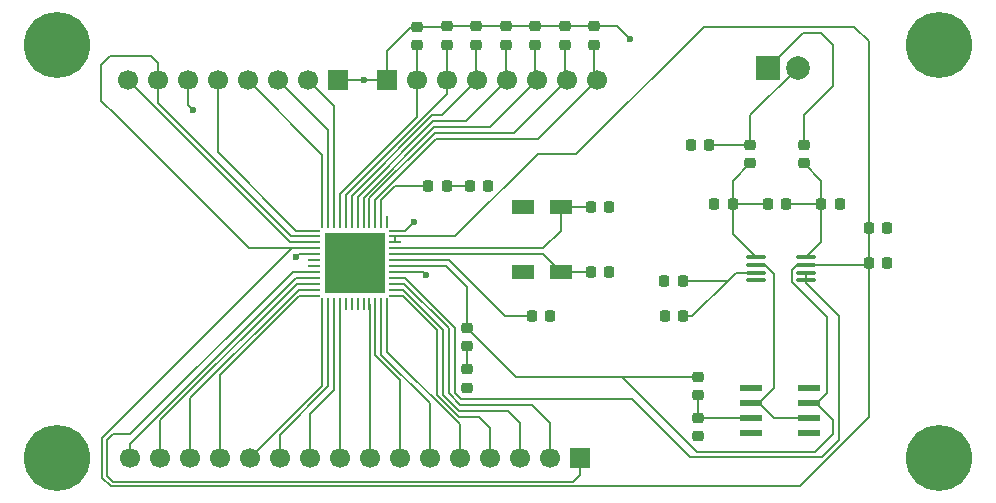
<source format=gbr>
%TF.GenerationSoftware,KiCad,Pcbnew,9.0.3*%
%TF.CreationDate,2025-07-17T21:40:03-07:00*%
%TF.ProjectId,DAQ_dev_board,4441515f-6465-4765-9f62-6f6172642e6b,rev?*%
%TF.SameCoordinates,Original*%
%TF.FileFunction,Copper,L1,Top*%
%TF.FilePolarity,Positive*%
%FSLAX46Y46*%
G04 Gerber Fmt 4.6, Leading zero omitted, Abs format (unit mm)*
G04 Created by KiCad (PCBNEW 9.0.3) date 2025-07-17 21:40:03*
%MOMM*%
%LPD*%
G01*
G04 APERTURE LIST*
G04 Aperture macros list*
%AMRoundRect*
0 Rectangle with rounded corners*
0 $1 Rounding radius*
0 $2 $3 $4 $5 $6 $7 $8 $9 X,Y pos of 4 corners*
0 Add a 4 corners polygon primitive as box body*
4,1,4,$2,$3,$4,$5,$6,$7,$8,$9,$2,$3,0*
0 Add four circle primitives for the rounded corners*
1,1,$1+$1,$2,$3*
1,1,$1+$1,$4,$5*
1,1,$1+$1,$6,$7*
1,1,$1+$1,$8,$9*
0 Add four rect primitives between the rounded corners*
20,1,$1+$1,$2,$3,$4,$5,0*
20,1,$1+$1,$4,$5,$6,$7,0*
20,1,$1+$1,$6,$7,$8,$9,0*
20,1,$1+$1,$8,$9,$2,$3,0*%
G04 Aperture macros list end*
%TA.AperFunction,ComponentPad*%
%ADD10R,1.700000X1.700000*%
%TD*%
%TA.AperFunction,ComponentPad*%
%ADD11C,1.700000*%
%TD*%
%TA.AperFunction,SMDPad,CuDef*%
%ADD12RoundRect,0.225000X-0.250000X0.225000X-0.250000X-0.225000X0.250000X-0.225000X0.250000X0.225000X0*%
%TD*%
%TA.AperFunction,SMDPad,CuDef*%
%ADD13RoundRect,0.225000X0.225000X0.250000X-0.225000X0.250000X-0.225000X-0.250000X0.225000X-0.250000X0*%
%TD*%
%TA.AperFunction,SMDPad,CuDef*%
%ADD14RoundRect,0.225000X-0.225000X-0.250000X0.225000X-0.250000X0.225000X0.250000X-0.225000X0.250000X0*%
%TD*%
%TA.AperFunction,SMDPad,CuDef*%
%ADD15R,1.009637X0.239283*%
%TD*%
%TA.AperFunction,SMDPad,CuDef*%
%ADD16R,0.239283X1.009637*%
%TD*%
%TA.AperFunction,SMDPad,CuDef*%
%ADD17R,5.200000X5.200000*%
%TD*%
%TA.AperFunction,ComponentPad*%
%ADD18R,2.000000X2.000000*%
%TD*%
%TA.AperFunction,ComponentPad*%
%ADD19C,2.000000*%
%TD*%
%TA.AperFunction,ComponentPad*%
%ADD20C,5.600000*%
%TD*%
%TA.AperFunction,SMDPad,CuDef*%
%ADD21RoundRect,0.100000X-0.712500X-0.100000X0.712500X-0.100000X0.712500X0.100000X-0.712500X0.100000X0*%
%TD*%
%TA.AperFunction,SMDPad,CuDef*%
%ADD22R,1.981200X0.558800*%
%TD*%
%TA.AperFunction,SMDPad,CuDef*%
%ADD23RoundRect,0.225000X0.250000X-0.225000X0.250000X0.225000X-0.250000X0.225000X-0.250000X-0.225000X0*%
%TD*%
%TA.AperFunction,SMDPad,CuDef*%
%ADD24R,1.900000X1.300000*%
%TD*%
%TA.AperFunction,ViaPad*%
%ADD25C,0.600000*%
%TD*%
%TA.AperFunction,Conductor*%
%ADD26C,0.200000*%
%TD*%
G04 APERTURE END LIST*
D10*
%TO.P,J3,1,Pin_1*%
%TO.N,GND*%
X142960000Y-86500000D03*
D11*
%TO.P,J3,2,Pin_2*%
%TO.N,Net-(J3-Pin_2)*%
X145500000Y-86500000D03*
%TO.P,J3,3,Pin_3*%
%TO.N,Net-(J3-Pin_3)*%
X148040000Y-86500000D03*
%TO.P,J3,4,Pin_4*%
%TO.N,Net-(J3-Pin_4)*%
X150580000Y-86500000D03*
%TO.P,J3,5,Pin_5*%
%TO.N,Net-(J3-Pin_5)*%
X153120000Y-86500000D03*
%TO.P,J3,6,Pin_6*%
%TO.N,Net-(J3-Pin_6)*%
X155660000Y-86500000D03*
%TO.P,J3,7,Pin_7*%
%TO.N,Net-(J3-Pin_7)*%
X158200000Y-86500000D03*
%TO.P,J3,8,Pin_8*%
%TO.N,Net-(J3-Pin_8)*%
X160740000Y-86500000D03*
%TD*%
D12*
%TO.P,R11,1*%
%TO.N,GND*%
X153000000Y-81950000D03*
%TO.P,R11,2*%
%TO.N,Net-(J3-Pin_5)*%
X153000000Y-83500000D03*
%TD*%
D13*
%TO.P,C3,1*%
%TO.N,GND*%
X156775000Y-106500000D03*
%TO.P,C3,2*%
%TO.N,Net-(U1-PLLCAP)*%
X155225000Y-106500000D03*
%TD*%
%TO.P,0.1uF1,1*%
%TO.N,GND*%
X185275000Y-102000000D03*
%TO.P,0.1uF1,2*%
%TO.N,+5V*%
X183725000Y-102000000D03*
%TD*%
D12*
%TO.P,R5,1*%
%TO.N,+5V*%
X169285991Y-111628474D03*
%TO.P,R5,2*%
%TO.N,Net-(U3-IN+)*%
X169285991Y-113178474D03*
%TD*%
D10*
%TO.P,J2,1,Pin_1*%
%TO.N,Net-(J2-Pin_1)*%
X159285000Y-118500000D03*
D11*
%TO.P,J2,2,Pin_2*%
%TO.N,Net-(J2-Pin_2)*%
X156745000Y-118500000D03*
%TO.P,J2,3,Pin_3*%
%TO.N,Net-(J2-Pin_3)*%
X154205000Y-118500000D03*
%TO.P,J2,4,Pin_4*%
%TO.N,Net-(J2-Pin_4)*%
X151665000Y-118500000D03*
%TO.P,J2,5,Pin_5*%
%TO.N,Net-(J2-Pin_5)*%
X149125000Y-118500000D03*
%TO.P,J2,6,Pin_6*%
%TO.N,Net-(J2-Pin_6)*%
X146585000Y-118500000D03*
%TO.P,J2,7,Pin_7*%
%TO.N,Net-(J2-Pin_7)*%
X144045000Y-118500000D03*
%TO.P,J2,8,Pin_8*%
%TO.N,Net-(J2-Pin_8)*%
X141505000Y-118500000D03*
%TO.P,J2,9,Pin_9*%
%TO.N,Net-(J2-Pin_9)*%
X138965000Y-118500000D03*
%TO.P,J2,10,Pin_10*%
%TO.N,Net-(J2-Pin_10)*%
X136425000Y-118500000D03*
%TO.P,J2,11,Pin_11*%
%TO.N,Net-(J2-Pin_11)*%
X133885000Y-118500000D03*
%TO.P,J2,12,Pin_12*%
%TO.N,Net-(J2-Pin_12)*%
X131345000Y-118500000D03*
%TO.P,J2,13,Pin_13*%
%TO.N,Net-(J2-Pin_13)*%
X128805000Y-118500000D03*
%TO.P,J2,14,Pin_14*%
%TO.N,Net-(J2-Pin_14)*%
X126265000Y-118500000D03*
%TO.P,J2,15,Pin_15*%
%TO.N,Net-(J2-Pin_15)*%
X123725000Y-118500000D03*
%TO.P,J2,16,Pin_16*%
%TO.N,Net-(J2-Pin_16)*%
X121185000Y-118500000D03*
%TD*%
D13*
%TO.P,1nF3,1*%
%TO.N,GND*%
X181275000Y-97000000D03*
%TO.P,1nF3,2*%
%TO.N,Net-(U2-+IN)*%
X179725000Y-97000000D03*
%TD*%
%TO.P,1nF2,1*%
%TO.N,Net-(U2-+IN)*%
X176775000Y-97000000D03*
%TO.P,1nF2,2*%
%TO.N,Net-(U2--IN)*%
X175225000Y-97000000D03*
%TD*%
D14*
%TO.P,10uF2,1*%
%TO.N,GND*%
X166500000Y-106500000D03*
%TO.P,10uF2,2*%
X168050000Y-106500000D03*
%TD*%
D15*
%TO.P,U1,1,AIN3*%
%TO.N,Net-(J2-Pin_4)*%
X143676245Y-104750000D03*
%TO.P,U1,2,AIN2*%
%TO.N,Net-(J2-Pin_3)*%
X143676245Y-104250001D03*
%TO.P,U1,3,AIN1*%
%TO.N,Net-(J2-Pin_2)*%
X143676245Y-103749999D03*
%TO.P,U1,4,AIN0*%
%TO.N,TC_CHIP_OUT*%
X143676245Y-103250000D03*
%TO.P,U1,5,AVSS*%
%TO.N,GND*%
X143676245Y-102749998D03*
%TO.P,U1,6,AVDD*%
%TO.N,+5V*%
X143676245Y-102250000D03*
%TO.P,U1,7,PLLCAP*%
%TO.N,Net-(U1-PLLCAP)*%
X143676245Y-101750000D03*
%TO.P,U1,8,XTAL1*%
%TO.N,Net-(U1-XTAL1)*%
X143676245Y-101249999D03*
%TO.P,U1,9,XTAL2*%
%TO.N,Net-(U1-XTAL2)*%
X143676245Y-100750000D03*
%TO.P,U1,10,PWDN_N*%
%TO.N,+5V*%
X143676245Y-100249998D03*
%TO.P,U1,11,RESET_N*%
X143676245Y-99749999D03*
%TO.P,U1,12,CLKSEL*%
%TO.N,GND*%
X143676245Y-99250000D03*
D16*
%TO.P,U1,13,CLKIO*%
%TO.N,unconnected-(U1-CLKIO-Pad13)*%
X142975000Y-98548752D03*
%TO.P,U1,14,GPIO0*%
%TO.N,Net-(U1-GPIO0)*%
X142475001Y-98548752D03*
%TO.P,U1,15,GPIO1*%
%TO.N,Net-(J3-Pin_8)*%
X141974999Y-98548752D03*
%TO.P,U1,16,GPIO2*%
%TO.N,Net-(J3-Pin_7)*%
X141475000Y-98548752D03*
%TO.P,U1,17,GPIO3*%
%TO.N,Net-(J3-Pin_6)*%
X140974998Y-98548752D03*
%TO.P,U1,18,GPIO4*%
%TO.N,Net-(J3-Pin_5)*%
X140475000Y-98548752D03*
%TO.P,U1,19,GPIO5*%
%TO.N,Net-(J3-Pin_4)*%
X139975000Y-98548752D03*
%TO.P,U1,20,GPIO6*%
%TO.N,Net-(J3-Pin_3)*%
X139474999Y-98548752D03*
%TO.P,U1,21,GPIO7*%
%TO.N,Net-(J3-Pin_2)*%
X138975000Y-98548752D03*
%TO.P,U1,22,SCLK*%
%TO.N,Net-(J5-Pin_2)*%
X138474998Y-98548752D03*
%TO.P,U1,23,DIN*%
%TO.N,Net-(J5-Pin_3)*%
X137974999Y-98548752D03*
%TO.P,U1,24,DOUT*%
%TO.N,Net-(J5-Pin_4)*%
X137475000Y-98548752D03*
D15*
%TO.P,U1,25,DRDY_N*%
%TO.N,Net-(J5-Pin_5)*%
X136773752Y-99250000D03*
%TO.P,U1,26,START*%
%TO.N,+5V*%
X136773752Y-99749999D03*
%TO.P,U1,27,CS_N*%
%TO.N,Net-(J5-Pin_8)*%
X136773752Y-100249998D03*
%TO.P,U1,28,DVDD*%
%TO.N,+5V*%
X136773752Y-100750000D03*
%TO.P,U1,29,DGND*%
%TO.N,GND*%
X136773752Y-101249999D03*
%TO.P,U1,30,VREFN*%
%TO.N,unconnected-(U1-VREFN-Pad30)*%
X136773752Y-101750000D03*
%TO.P,U1,31,VREFP*%
%TO.N,unconnected-(U1-VREFP-Pad31)*%
X136773752Y-102250000D03*
%TO.P,U1,32,AINCOM*%
%TO.N,Net-(J2-Pin_1)*%
X136773752Y-102749998D03*
%TO.P,U1,33,AIN15*%
%TO.N,Net-(J2-Pin_16)*%
X136773752Y-103250000D03*
%TO.P,U1,34,AIN14*%
%TO.N,Net-(J2-Pin_15)*%
X136773752Y-103749999D03*
%TO.P,U1,35,AIN13*%
%TO.N,Net-(J2-Pin_14)*%
X136773752Y-104250001D03*
%TO.P,U1,36,AIN12*%
%TO.N,Net-(J2-Pin_13)*%
X136773752Y-104750000D03*
D16*
%TO.P,U1,37,AIN11*%
%TO.N,Net-(J2-Pin_12)*%
X137475000Y-105451245D03*
%TO.P,U1,38,AIN10*%
%TO.N,Net-(J2-Pin_11)*%
X137974999Y-105451245D03*
%TO.P,U1,39,AIN9*%
%TO.N,Net-(J2-Pin_10)*%
X138474998Y-105451245D03*
%TO.P,U1,40,AIN8*%
%TO.N,Net-(J2-Pin_9)*%
X138975000Y-105451245D03*
%TO.P,U1,41,ADCINN*%
%TO.N,unconnected-(U1-ADCINN-Pad41)*%
X139474999Y-105451245D03*
%TO.P,U1,42,ADCINP*%
%TO.N,unconnected-(U1-ADCINP-Pad42)*%
X139975000Y-105451245D03*
%TO.P,U1,43,MUXOUTN*%
%TO.N,unconnected-(U1-MUXOUTN-Pad43)*%
X140475000Y-105451245D03*
%TO.P,U1,44,MUXOUTP*%
%TO.N,unconnected-(U1-MUXOUTP-Pad44)*%
X140974998Y-105451245D03*
%TO.P,U1,45,AIN7*%
%TO.N,Net-(J2-Pin_8)*%
X141475000Y-105451245D03*
%TO.P,U1,46,AIN6*%
%TO.N,Net-(J2-Pin_7)*%
X141974999Y-105451245D03*
%TO.P,U1,47,AIN5*%
%TO.N,Net-(J2-Pin_6)*%
X142475001Y-105451245D03*
%TO.P,U1,48,AIN4*%
%TO.N,Net-(J2-Pin_5)*%
X142975000Y-105451245D03*
D17*
%TO.P,U1,49,EP*%
%TO.N,GND*%
X140225000Y-102000000D03*
%TD*%
D12*
%TO.P,R12,1*%
%TO.N,GND*%
X150500000Y-81950000D03*
%TO.P,R12,2*%
%TO.N,Net-(J3-Pin_4)*%
X150500000Y-83500000D03*
%TD*%
D18*
%TO.P,J1,1,Pin_1*%
%TO.N,/+*%
X175185000Y-85500000D03*
D19*
%TO.P,J1,2,Pin_2*%
%TO.N,/-*%
X177725000Y-85500000D03*
%TD*%
D20*
%TO.P,REF\u002A\u002A,1*%
%TO.N,N/C*%
X115000000Y-83500000D03*
%TD*%
D12*
%TO.P,R8,1*%
%TO.N,GND*%
X160500000Y-81950000D03*
%TO.P,R8,2*%
%TO.N,Net-(J3-Pin_8)*%
X160500000Y-83500000D03*
%TD*%
%TO.P,R2,1*%
%TO.N,/+*%
X178225000Y-92000000D03*
%TO.P,R2,2*%
%TO.N,Net-(U2-+IN)*%
X178225000Y-93550000D03*
%TD*%
D21*
%TO.P,U2,1,-IN*%
%TO.N,Net-(U2--IN)*%
X174225000Y-101500000D03*
%TO.P,U2,2,REF*%
%TO.N,TC_OFFSET*%
X174225000Y-102150000D03*
%TO.P,U2,3,-Vs*%
%TO.N,GND*%
X174225000Y-102800000D03*
%TO.P,U2,4,NC*%
%TO.N,unconnected-(U2-NC-Pad4)*%
X174225000Y-103450000D03*
%TO.P,U2,5,SENSE*%
%TO.N,TC_CHIP_OUT*%
X178450000Y-103450000D03*
%TO.P,U2,6*%
X178450000Y-102800000D03*
%TO.P,U2,7,+Vs*%
%TO.N,+5V*%
X178450000Y-102150000D03*
%TO.P,U2,8,+IN*%
%TO.N,Net-(U2-+IN)*%
X178450000Y-101500000D03*
%TD*%
D14*
%TO.P,R3,1*%
%TO.N,GND*%
X168675000Y-92000000D03*
%TO.P,R3,2*%
%TO.N,/-*%
X170225000Y-92000000D03*
%TD*%
%TO.P,0.1uF2,1*%
%TO.N,GND*%
X166450000Y-103500000D03*
%TO.P,0.1uF2,2*%
X168000000Y-103500000D03*
%TD*%
D12*
%TO.P,R13,1*%
%TO.N,GND*%
X148000000Y-81950000D03*
%TO.P,R13,2*%
%TO.N,Net-(J3-Pin_3)*%
X148000000Y-83500000D03*
%TD*%
D10*
%TO.P,J5,1,Pin_1*%
%TO.N,GND*%
X138780000Y-86500000D03*
D11*
%TO.P,J5,2,Pin_2*%
%TO.N,Net-(J5-Pin_2)*%
X136240000Y-86500000D03*
%TO.P,J5,3,Pin_3*%
%TO.N,Net-(J5-Pin_3)*%
X133700000Y-86500000D03*
%TO.P,J5,4,Pin_4*%
%TO.N,Net-(J5-Pin_4)*%
X131160000Y-86500000D03*
%TO.P,J5,5,Pin_5*%
%TO.N,Net-(J5-Pin_5)*%
X128620000Y-86500000D03*
%TO.P,J5,6,Pin_6*%
%TO.N,GND*%
X126080000Y-86500000D03*
%TO.P,J5,7,Pin_7*%
%TO.N,+5V*%
X123540000Y-86500000D03*
%TO.P,J5,8,Pin_8*%
%TO.N,Net-(J5-Pin_8)*%
X121000000Y-86500000D03*
%TD*%
D13*
%TO.P,D1,1,K*%
%TO.N,GND*%
X151500000Y-95500000D03*
%TO.P,D1,2,A*%
%TO.N,Net-(D1-A)*%
X149950000Y-95500000D03*
%TD*%
D12*
%TO.P,R4,1*%
%TO.N,Net-(U3-IN+)*%
X169285991Y-115128474D03*
%TO.P,R4,2*%
%TO.N,GND*%
X169285991Y-116678474D03*
%TD*%
%TO.P,R1,1*%
%TO.N,/-*%
X173725000Y-92000000D03*
%TO.P,R1,2*%
%TO.N,Net-(U2--IN)*%
X173725000Y-93550000D03*
%TD*%
%TO.P,R6,1*%
%TO.N,+5V*%
X149725000Y-107500000D03*
%TO.P,R6,2*%
%TO.N,Net-(D2-A)*%
X149725000Y-109050000D03*
%TD*%
D13*
%TO.P,C1,1*%
%TO.N,GND*%
X161775000Y-102750000D03*
%TO.P,C1,2*%
%TO.N,Net-(U1-XTAL1)*%
X160225000Y-102750000D03*
%TD*%
D20*
%TO.P,REF\u002A\u002A,1*%
%TO.N,N/C*%
X189725000Y-83500000D03*
%TD*%
D12*
%TO.P,R14,1*%
%TO.N,GND*%
X145500000Y-82000000D03*
%TO.P,R14,2*%
%TO.N,Net-(J3-Pin_2)*%
X145500000Y-83550000D03*
%TD*%
D22*
%TO.P,U3,1,NC*%
%TO.N,unconnected-(U3-NC-Pad1)*%
X173761200Y-112595000D03*
%TO.P,U3,2,IN-*%
%TO.N,TC_OFFSET*%
X173761200Y-113865000D03*
%TO.P,U3,3,IN+*%
%TO.N,Net-(U3-IN+)*%
X173761200Y-115135000D03*
%TO.P,U3,4,V-*%
%TO.N,GND*%
X173761200Y-116405000D03*
%TO.P,U3,5,NC*%
%TO.N,unconnected-(U3-NC-Pad5)*%
X178688800Y-116405000D03*
%TO.P,U3,6,OUT*%
%TO.N,TC_OFFSET*%
X178688800Y-115135000D03*
%TO.P,U3,7,V+*%
%TO.N,+5V*%
X178688800Y-113865000D03*
%TO.P,U3,8,NC*%
%TO.N,unconnected-(U3-NC-Pad8)*%
X178688800Y-112595000D03*
%TD*%
D23*
%TO.P,D2,1,K*%
%TO.N,GND*%
X149725000Y-112550000D03*
%TO.P,D2,2,A*%
%TO.N,Net-(D2-A)*%
X149725000Y-111000000D03*
%TD*%
D13*
%TO.P,10uF1,1*%
%TO.N,GND*%
X185275000Y-99000000D03*
%TO.P,10uF1,2*%
%TO.N,+5V*%
X183725000Y-99000000D03*
%TD*%
D14*
%TO.P,R7,1*%
%TO.N,Net-(U1-GPIO0)*%
X146450000Y-95500000D03*
%TO.P,R7,2*%
%TO.N,Net-(D1-A)*%
X148000000Y-95500000D03*
%TD*%
D12*
%TO.P,R9,1*%
%TO.N,GND*%
X158000000Y-81950000D03*
%TO.P,R9,2*%
%TO.N,Net-(J3-Pin_7)*%
X158000000Y-83500000D03*
%TD*%
D24*
%TO.P,Y1,1,1*%
%TO.N,Net-(U1-XTAL1)*%
X157676248Y-102750000D03*
%TO.P,Y1,2,2*%
%TO.N,Net-(U1-XTAL2)*%
X157676248Y-97250000D03*
%TO.P,Y1,3*%
%TO.N,N/C*%
X154476248Y-97250000D03*
%TO.P,Y1,4*%
X154476248Y-102750000D03*
%TD*%
D20*
%TO.P,REF\u002A\u002A,1*%
%TO.N,N/C*%
X189725000Y-118500000D03*
%TD*%
D13*
%TO.P,1nF1,1*%
%TO.N,Net-(U2--IN)*%
X172225000Y-97000000D03*
%TO.P,1nF1,2*%
%TO.N,GND*%
X170675000Y-97000000D03*
%TD*%
D20*
%TO.P,MAD 2025,1*%
%TO.N,N/C*%
X115000000Y-118500000D03*
%TD*%
D12*
%TO.P,R10,1*%
%TO.N,GND*%
X155500000Y-81950000D03*
%TO.P,R10,2*%
%TO.N,Net-(J3-Pin_6)*%
X155500000Y-83500000D03*
%TD*%
D13*
%TO.P,C2,1*%
%TO.N,GND*%
X161775000Y-97250000D03*
%TO.P,C2,2*%
%TO.N,Net-(U1-XTAL2)*%
X160225000Y-97250000D03*
%TD*%
D25*
%TO.N,GND*%
X146225000Y-103000000D03*
X126500000Y-89000000D03*
X145225000Y-98500000D03*
X166450000Y-103500000D03*
X173761200Y-116405000D03*
X161775000Y-97250000D03*
X161775000Y-102750000D03*
X185275000Y-99000000D03*
X181275000Y-97000000D03*
X156775000Y-106500000D03*
X151500000Y-95500000D03*
X163500000Y-83000000D03*
X168675000Y-92000000D03*
X141000000Y-86500000D03*
X170675000Y-97000000D03*
X169285991Y-116678474D03*
X135225000Y-101500000D03*
X185275000Y-102000000D03*
X149725000Y-112550000D03*
X166500000Y-106500000D03*
%TD*%
D26*
%TO.N,TC_OFFSET*%
X174472400Y-113865000D02*
X173761200Y-113865000D01*
X173412501Y-102150000D02*
X174225000Y-102150000D01*
X174472400Y-113865000D02*
X175742400Y-115135000D01*
X175742400Y-115135000D02*
X178688800Y-115135000D01*
X173761200Y-113865000D02*
X173161200Y-113865000D01*
X175725000Y-108500000D02*
X175725000Y-112612400D01*
X174955956Y-102150000D02*
X175725000Y-102919044D01*
X175725000Y-102919044D02*
X175725000Y-108500000D01*
X175725000Y-112612400D02*
X174472400Y-113865000D01*
X174225000Y-102150000D02*
X174955956Y-102150000D01*
%TO.N,+5V*%
X149725000Y-107500000D02*
X149725000Y-104000000D01*
X119500000Y-84500000D02*
X118750000Y-85250000D01*
X118824000Y-120166100D02*
X119558900Y-120901000D01*
X123540000Y-85040000D02*
X123000000Y-84500000D01*
X162853474Y-111628474D02*
X162725000Y-111628474D01*
X119558900Y-120901000D02*
X177891100Y-120901000D01*
X162725000Y-111628474D02*
X153853474Y-111628474D01*
X134907900Y-100750000D02*
X136773752Y-100750000D01*
X118750000Y-85250000D02*
X118750000Y-88250000D01*
X134817099Y-99749999D02*
X136773752Y-99749999D01*
X183575000Y-102150000D02*
X183725000Y-102000000D01*
X179225000Y-118000000D02*
X169225000Y-118000000D01*
X143676245Y-99749999D02*
X143676245Y-100249998D01*
X183725000Y-83225000D02*
X182500000Y-82000000D01*
X178450000Y-102150000D02*
X183575000Y-102150000D01*
X180725000Y-115301200D02*
X179288800Y-113865000D01*
X149725000Y-104000000D02*
X147975000Y-102250000D01*
X169285991Y-111628474D02*
X162725000Y-111628474D01*
X123540000Y-88472900D02*
X134817099Y-99749999D01*
X155701000Y-92799000D02*
X148750001Y-99749999D01*
X183725000Y-99000000D02*
X183725000Y-102000000D01*
X148750001Y-99749999D02*
X143676245Y-99749999D01*
X134907900Y-100750000D02*
X131250000Y-100750000D01*
X183725000Y-115067100D02*
X183725000Y-102000000D01*
X131250000Y-100750000D02*
X120000000Y-89500000D01*
X159000000Y-92799000D02*
X155701000Y-92799000D01*
X169799000Y-82000000D02*
X159000000Y-92799000D01*
X177891100Y-120901000D02*
X183725000Y-115067100D01*
X180225000Y-106605956D02*
X177225000Y-103605956D01*
X182500000Y-82000000D02*
X169799000Y-82000000D01*
X177637501Y-102150000D02*
X178450000Y-102150000D01*
X118824000Y-120166100D02*
X118824000Y-116833900D01*
X123540000Y-86500000D02*
X123540000Y-85040000D01*
X147975000Y-102250000D02*
X143676245Y-102250000D01*
X118750000Y-88250000D02*
X120000000Y-89500000D01*
X118824000Y-116833900D02*
X134907900Y-100750000D01*
X180725000Y-115301200D02*
X180725000Y-116500000D01*
X123000000Y-84500000D02*
X119500000Y-84500000D01*
X179400000Y-113865000D02*
X180225000Y-113040000D01*
X123540000Y-86500000D02*
X123540000Y-88472900D01*
X179288800Y-113865000D02*
X178688800Y-113865000D01*
X177225000Y-103605956D02*
X177225000Y-102562501D01*
X177225000Y-102562501D02*
X177637501Y-102150000D01*
X178688800Y-113865000D02*
X179400000Y-113865000D01*
X153853474Y-111628474D02*
X149725000Y-107500000D01*
X180225000Y-113040000D02*
X180225000Y-106605956D01*
X180725000Y-116500000D02*
X179225000Y-118000000D01*
X183725000Y-99000000D02*
X183725000Y-83225000D01*
X169225000Y-118000000D02*
X162853474Y-111628474D01*
%TO.N,GND*%
X126080000Y-88580000D02*
X126080000Y-86500000D01*
X145974998Y-102749998D02*
X146225000Y-103000000D01*
X142960000Y-84040000D02*
X145000000Y-82000000D01*
X143676245Y-102749998D02*
X145974998Y-102749998D01*
X171800000Y-103500000D02*
X171900000Y-103400000D01*
X168800000Y-106500000D02*
X168050000Y-106500000D01*
X145500000Y-82000000D02*
X147950000Y-82000000D01*
X155500000Y-81950000D02*
X158000000Y-81950000D01*
X138780000Y-86500000D02*
X141000000Y-86500000D01*
X135475001Y-101249999D02*
X135225000Y-101500000D01*
X136773752Y-101249999D02*
X135475001Y-101249999D01*
X148000000Y-81950000D02*
X150500000Y-81950000D01*
X153000000Y-81950000D02*
X155500000Y-81950000D01*
X144475000Y-99250000D02*
X145225000Y-98500000D01*
X150500000Y-81950000D02*
X153000000Y-81950000D01*
X143676245Y-99250000D02*
X144475000Y-99250000D01*
X158000000Y-81950000D02*
X160500000Y-81950000D01*
X142960000Y-86500000D02*
X142960000Y-84040000D01*
X171900000Y-103400000D02*
X168800000Y-106500000D01*
X162450000Y-81950000D02*
X163500000Y-83000000D01*
X145000000Y-82000000D02*
X145500000Y-82000000D01*
X171900000Y-103400000D02*
X172500000Y-102800000D01*
X126500000Y-89000000D02*
X126080000Y-88580000D01*
X143676245Y-99250000D02*
X143975000Y-99250000D01*
X147950000Y-82000000D02*
X148000000Y-81950000D01*
X168000000Y-103500000D02*
X171800000Y-103500000D01*
X141000000Y-86500000D02*
X142960000Y-86500000D01*
X160500000Y-81950000D02*
X162450000Y-81950000D01*
X174225000Y-102800000D02*
X172500000Y-102800000D01*
%TO.N,Net-(U2-+IN)*%
X179725000Y-97000000D02*
X176775000Y-97000000D01*
X179725000Y-95050000D02*
X178225000Y-93550000D01*
X178450000Y-101500000D02*
X179725000Y-100225000D01*
X179725000Y-100225000D02*
X179725000Y-97000000D01*
X179725000Y-97000000D02*
X179725000Y-95050000D01*
%TO.N,TC_CHIP_OUT*%
X181225000Y-106500000D02*
X178450000Y-103725000D01*
X178450000Y-102800000D02*
X178450000Y-103450000D01*
X181225000Y-117000000D02*
X181225000Y-106500000D01*
X168626000Y-118401000D02*
X179824000Y-118401000D01*
X178450000Y-103725000D02*
X178450000Y-103450000D01*
X163725000Y-113500000D02*
X168626000Y-118401000D01*
X149225000Y-113500000D02*
X163725000Y-113500000D01*
X179824000Y-118401000D02*
X181225000Y-117000000D01*
X148725000Y-107500000D02*
X148725000Y-113000000D01*
X148725000Y-113000000D02*
X149225000Y-113500000D01*
X148725000Y-107500000D02*
X144475000Y-103250000D01*
X144475000Y-103250000D02*
X143676245Y-103250000D01*
%TO.N,Net-(U2--IN)*%
X174225000Y-101500000D02*
X172225000Y-99500000D01*
X172225000Y-99500000D02*
X172225000Y-97000000D01*
X172225000Y-97000000D02*
X172225000Y-95050000D01*
X175225000Y-97000000D02*
X172225000Y-97000000D01*
X172225000Y-95050000D02*
X173725000Y-93550000D01*
%TO.N,Net-(U1-XTAL1)*%
X143676245Y-101249999D02*
X156176247Y-101249999D01*
X160225000Y-102750000D02*
X157676248Y-102750000D01*
X156176247Y-101249999D02*
X157676248Y-102750000D01*
%TO.N,Net-(U1-XTAL2)*%
X156176248Y-100750000D02*
X157676248Y-99250000D01*
X143676245Y-100750000D02*
X156176248Y-100750000D01*
X160225000Y-97250000D02*
X157676248Y-97250000D01*
X157676248Y-99250000D02*
X157676248Y-97250000D01*
%TO.N,Net-(U1-PLLCAP)*%
X143676245Y-101750000D02*
X148176248Y-101750000D01*
X155225000Y-106500000D02*
X152926248Y-106500000D01*
X152926248Y-106500000D02*
X148176248Y-101750000D01*
%TO.N,Net-(D1-A)*%
X148000000Y-95500000D02*
X149950000Y-95500000D01*
%TO.N,Net-(D2-A)*%
X149725000Y-109050000D02*
X149725000Y-111000000D01*
%TO.N,/-*%
X173725000Y-89500000D02*
X177725000Y-85500000D01*
X173725000Y-92000000D02*
X170225000Y-92000000D01*
X173725000Y-92000000D02*
X173725000Y-89500000D01*
%TO.N,/+*%
X179725000Y-82500000D02*
X178185000Y-82500000D01*
X180725000Y-83500000D02*
X179725000Y-82500000D01*
X178225000Y-89500000D02*
X180725000Y-87000000D01*
X180725000Y-87000000D02*
X180725000Y-83500000D01*
X178225000Y-92000000D02*
X178225000Y-89500000D01*
X178185000Y-82500000D02*
X175185000Y-85500000D01*
%TO.N,Net-(U3-IN+)*%
X169285991Y-115128474D02*
X173754674Y-115128474D01*
X169285991Y-113178474D02*
X169285991Y-115128474D01*
X173754674Y-115128474D02*
X173761200Y-115135000D01*
%TO.N,Net-(J5-Pin_8)*%
X121000000Y-86500000D02*
X134749998Y-100249998D01*
X134749998Y-100249998D02*
X136773752Y-100249998D01*
%TO.N,Net-(J2-Pin_4)*%
X147225000Y-113201300D02*
X147225000Y-107701300D01*
X147225000Y-107701300D02*
X144273700Y-104750000D01*
X151665000Y-118500000D02*
X151665000Y-115940000D01*
X151665000Y-115940000D02*
X150725000Y-115000000D01*
X150725000Y-115000000D02*
X149023700Y-115000000D01*
X149023700Y-115000000D02*
X147225000Y-113201300D01*
X144273700Y-104750000D02*
X143676245Y-104750000D01*
%TO.N,Net-(J2-Pin_11)*%
X133885000Y-116527100D02*
X137974999Y-112437101D01*
X137974999Y-112437101D02*
X137974999Y-105451245D01*
X133885000Y-118500000D02*
X133885000Y-116527100D01*
%TO.N,Net-(J2-Pin_8)*%
X141505000Y-105481245D02*
X141475000Y-105451245D01*
X141505000Y-118500000D02*
X141505000Y-105481245D01*
%TO.N,Net-(J2-Pin_2)*%
X149157900Y-114000000D02*
X148191450Y-113033550D01*
X148191450Y-107533550D02*
X144407899Y-103749999D01*
X144407899Y-103749999D02*
X143676245Y-103749999D01*
X155225000Y-114000000D02*
X149157900Y-114000000D01*
X156745000Y-118500000D02*
X156745000Y-115520000D01*
X148191450Y-113033550D02*
X148191450Y-107533550D01*
X156745000Y-115520000D02*
X155225000Y-114000000D01*
%TO.N,Net-(J2-Pin_6)*%
X146585000Y-118500000D02*
X146585000Y-113860000D01*
X146585000Y-113860000D02*
X142475001Y-109750001D01*
X142475001Y-109750001D02*
X142475001Y-105451245D01*
%TO.N,Net-(J2-Pin_13)*%
X135542100Y-104750000D02*
X136773752Y-104750000D01*
X128805000Y-118500000D02*
X128805000Y-111487100D01*
X128805000Y-111487100D02*
X135542100Y-104750000D01*
%TO.N,Net-(J2-Pin_5)*%
X142975000Y-105451245D02*
X142975000Y-109518400D01*
X149125000Y-115668400D02*
X149125000Y-118500000D01*
X142975000Y-109518400D02*
X149125000Y-115668400D01*
%TO.N,Net-(J2-Pin_9)*%
X138965000Y-118500000D02*
X138965000Y-105461245D01*
X138965000Y-105461245D02*
X138975000Y-105451245D01*
%TO.N,Net-(J2-Pin_12)*%
X131345000Y-118500000D02*
X137475000Y-112370000D01*
X137475000Y-112370000D02*
X137475000Y-105451245D01*
%TO.N,Net-(J5-Pin_4)*%
X131160000Y-86500000D02*
X137475000Y-92815000D01*
X137475000Y-92815000D02*
X137475000Y-98548752D01*
%TO.N,Net-(J2-Pin_10)*%
X136425000Y-114800000D02*
X138474998Y-112750002D01*
X136425000Y-118500000D02*
X136425000Y-114800000D01*
X138474998Y-112750002D02*
X138474998Y-105451245D01*
%TO.N,Net-(J2-Pin_14)*%
X135474999Y-104250001D02*
X136773752Y-104250001D01*
X126265000Y-118500000D02*
X126265000Y-113460000D01*
X126265000Y-113460000D02*
X135474999Y-104250001D01*
%TO.N,Net-(J2-Pin_16)*%
X121185000Y-118500000D02*
X121185000Y-117297919D01*
X135232919Y-103250000D02*
X136773752Y-103250000D01*
X121185000Y-117297919D02*
X135232919Y-103250000D01*
%TO.N,Net-(J2-Pin_7)*%
X144045000Y-118500000D02*
X144045000Y-111887100D01*
X144045000Y-111887100D02*
X141974999Y-109817099D01*
X141974999Y-109817099D02*
X141974999Y-105451245D01*
%TO.N,Net-(J2-Pin_3)*%
X147725000Y-113134200D02*
X147725000Y-107634200D01*
X147725000Y-107634200D02*
X144340801Y-104250001D01*
X149090800Y-114500000D02*
X147725000Y-113134200D01*
X154205000Y-115520000D02*
X153185000Y-114500000D01*
X153185000Y-114500000D02*
X149090800Y-114500000D01*
X154205000Y-118500000D02*
X154205000Y-115520000D01*
X144340801Y-104250001D02*
X143676245Y-104250001D01*
%TO.N,Net-(U1-GPIO0)*%
X142475001Y-96699999D02*
X142475001Y-98548752D01*
X146450000Y-95500000D02*
X143675000Y-95500000D01*
X143675000Y-95500000D02*
X142475001Y-96699999D01*
%TO.N,Net-(J2-Pin_15)*%
X135300020Y-103749999D02*
X136773752Y-103749999D01*
X123725000Y-118500000D02*
X123725000Y-115325019D01*
X123725000Y-115325019D02*
X135300020Y-103749999D01*
%TO.N,Net-(J2-Pin_1)*%
X119725000Y-116500000D02*
X121225000Y-116500000D01*
X119225000Y-120000000D02*
X119225000Y-117000000D01*
X159285000Y-119940000D02*
X158725000Y-120500000D01*
X159285000Y-118500000D02*
X159285000Y-119940000D01*
X121225000Y-116500000D02*
X134975002Y-102749998D01*
X119225000Y-117000000D02*
X119725000Y-116500000D01*
X134975002Y-102749998D02*
X136773752Y-102749998D01*
X119725000Y-120500000D02*
X119225000Y-120000000D01*
X158725000Y-120500000D02*
X119725000Y-120500000D01*
%TO.N,Net-(J3-Pin_5)*%
X153120000Y-86380000D02*
X153000000Y-86260000D01*
X153000000Y-86260000D02*
X153000000Y-83500000D01*
X140475000Y-96390800D02*
X146865800Y-90000000D01*
X153120000Y-86500000D02*
X153120000Y-86380000D01*
X140475000Y-98548752D02*
X140475000Y-96390800D01*
X149620000Y-90000000D02*
X153120000Y-86500000D01*
X146865800Y-90000000D02*
X149620000Y-90000000D01*
%TO.N,Net-(J3-Pin_2)*%
X145500000Y-89664500D02*
X145500000Y-86500000D01*
X138975000Y-96189500D02*
X145500000Y-89664500D01*
X145500000Y-83550000D02*
X145500000Y-86500000D01*
X138975000Y-98548752D02*
X138975000Y-96189500D01*
%TO.N,Net-(J3-Pin_7)*%
X153700000Y-91000000D02*
X158200000Y-86500000D01*
X158000000Y-83500000D02*
X158000000Y-86300000D01*
X158000000Y-86300000D02*
X158200000Y-86500000D01*
X147000000Y-91000000D02*
X153700000Y-91000000D01*
X141475000Y-96525000D02*
X147000000Y-91000000D01*
X141475000Y-98548752D02*
X141475000Y-96525000D01*
%TO.N,Net-(J3-Pin_6)*%
X151660000Y-90500000D02*
X155660000Y-86500000D01*
X146932900Y-90500000D02*
X151660000Y-90500000D01*
X155500000Y-83500000D02*
X155500000Y-86340000D01*
X140974998Y-96457902D02*
X146932900Y-90500000D01*
X140974998Y-98548752D02*
X140974998Y-96457902D01*
X155500000Y-86340000D02*
X155660000Y-86500000D01*
%TO.N,Net-(J3-Pin_3)*%
X139474999Y-96256601D02*
X148040000Y-87691600D01*
X139474999Y-98548752D02*
X139474999Y-96256601D01*
X148040000Y-87691600D02*
X148040000Y-86500000D01*
X148000000Y-83500000D02*
X148000000Y-86460000D01*
X148000000Y-86460000D02*
X148040000Y-86500000D01*
%TO.N,Net-(J3-Pin_4)*%
X147580000Y-89500000D02*
X150580000Y-86500000D01*
X150500000Y-86420000D02*
X150580000Y-86500000D01*
X150500000Y-83500000D02*
X150500000Y-86420000D01*
X139975000Y-98548752D02*
X139975000Y-96323700D01*
X139975000Y-96323700D02*
X146798700Y-89500000D01*
X146798700Y-89500000D02*
X147580000Y-89500000D01*
%TO.N,Net-(J3-Pin_8)*%
X160500000Y-86260000D02*
X160740000Y-86500000D01*
X155740000Y-91500000D02*
X160740000Y-86500000D01*
X141974999Y-96632901D02*
X147107900Y-91500000D01*
X147107900Y-91500000D02*
X155740000Y-91500000D01*
X160500000Y-83500000D02*
X160500000Y-86260000D01*
X141974999Y-98548752D02*
X141974999Y-96632901D01*
%TO.N,Net-(J5-Pin_3)*%
X137974999Y-90774999D02*
X133700000Y-86500000D01*
X137974999Y-98548752D02*
X137974999Y-90774999D01*
%TO.N,Net-(J5-Pin_2)*%
X138474998Y-98548752D02*
X138474998Y-88734998D01*
X138474998Y-88734998D02*
X136240000Y-86500000D01*
%TO.N,Net-(J5-Pin_5)*%
X136773752Y-99250000D02*
X135250000Y-99250000D01*
X128620000Y-92620000D02*
X128620000Y-86500000D01*
X135250000Y-99250000D02*
X128620000Y-92620000D01*
%TD*%
M02*

</source>
